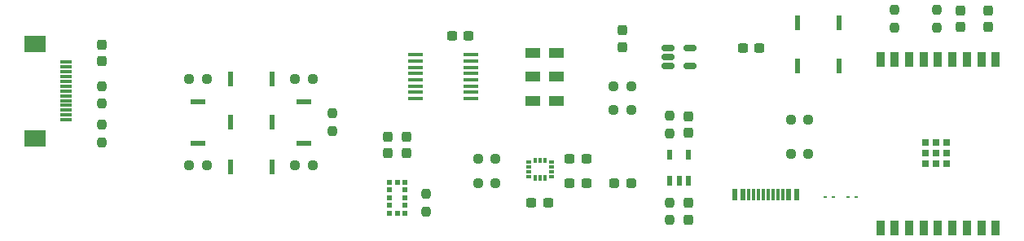
<source format=gbr>
%TF.GenerationSoftware,KiCad,Pcbnew,8.0.2*%
%TF.CreationDate,2024-11-22T23:26:06-05:00*%
%TF.ProjectId,PCB_Ruler_V1_2024,5043425f-5275-46c6-9572-5f56315f3230,rev?*%
%TF.SameCoordinates,Original*%
%TF.FileFunction,Paste,Top*%
%TF.FilePolarity,Positive*%
%FSLAX46Y46*%
G04 Gerber Fmt 4.6, Leading zero omitted, Abs format (unit mm)*
G04 Created by KiCad (PCBNEW 8.0.2) date 2024-11-22 23:26:06*
%MOMM*%
%LPD*%
G01*
G04 APERTURE LIST*
G04 Aperture macros list*
%AMRoundRect*
0 Rectangle with rounded corners*
0 $1 Rounding radius*
0 $2 $3 $4 $5 $6 $7 $8 $9 X,Y pos of 4 corners*
0 Add a 4 corners polygon primitive as box body*
4,1,4,$2,$3,$4,$5,$6,$7,$8,$9,$2,$3,0*
0 Add four circle primitives for the rounded corners*
1,1,$1+$1,$2,$3*
1,1,$1+$1,$4,$5*
1,1,$1+$1,$6,$7*
1,1,$1+$1,$8,$9*
0 Add four rect primitives between the rounded corners*
20,1,$1+$1,$2,$3,$4,$5,0*
20,1,$1+$1,$4,$5,$6,$7,0*
20,1,$1+$1,$6,$7,$8,$9,0*
20,1,$1+$1,$8,$9,$2,$3,0*%
G04 Aperture macros list end*
%ADD10C,0.010000*%
%ADD11R,0.600000X1.050000*%
%ADD12RoundRect,0.237500X-0.237500X0.250000X-0.237500X-0.250000X0.237500X-0.250000X0.237500X0.250000X0*%
%ADD13RoundRect,0.237500X0.237500X-0.250000X0.237500X0.250000X-0.237500X0.250000X-0.237500X-0.250000X0*%
%ADD14RoundRect,0.237500X-0.250000X-0.237500X0.250000X-0.237500X0.250000X0.237500X-0.250000X0.237500X0*%
%ADD15R,0.508000X1.524000*%
%ADD16RoundRect,0.237500X0.237500X-0.300000X0.237500X0.300000X-0.237500X0.300000X-0.237500X-0.300000X0*%
%ADD17RoundRect,0.237500X-0.300000X-0.237500X0.300000X-0.237500X0.300000X0.237500X-0.300000X0.237500X0*%
%ADD18R,1.524000X0.508000*%
%ADD19RoundRect,0.237500X0.250000X0.237500X-0.250000X0.237500X-0.250000X-0.237500X0.250000X-0.237500X0*%
%ADD20RoundRect,0.062500X0.117500X0.062500X-0.117500X0.062500X-0.117500X-0.062500X0.117500X-0.062500X0*%
%ADD21RoundRect,0.062500X-0.117500X-0.062500X0.117500X-0.062500X0.117500X0.062500X-0.117500X0.062500X0*%
%ADD22R,1.600000X1.000000*%
%ADD23RoundRect,0.237500X-0.237500X0.300000X-0.237500X-0.300000X0.237500X-0.300000X0.237500X0.300000X0*%
%ADD24R,0.508000X0.508000*%
%ADD25RoundRect,0.237500X0.300000X0.237500X-0.300000X0.237500X-0.300000X-0.237500X0.300000X-0.237500X0*%
%ADD26RoundRect,0.237500X-0.287500X-0.237500X0.287500X-0.237500X0.287500X0.237500X-0.287500X0.237500X0*%
%ADD27R,1.300000X0.300000*%
%ADD28R,2.200000X1.800000*%
%ADD29RoundRect,0.051250X-0.733750X-0.153750X0.733750X-0.153750X0.733750X0.153750X-0.733750X0.153750X0*%
%ADD30R,0.900000X1.500000*%
%ADD31R,0.700000X0.700000*%
%ADD32RoundRect,0.150000X-0.512500X-0.150000X0.512500X-0.150000X0.512500X0.150000X-0.512500X0.150000X0*%
%ADD33R,0.600000X1.240000*%
%ADD34R,0.300000X1.240000*%
G04 APERTURE END LIST*
D10*
%TO.C,MT1*%
X194562500Y-141456500D02*
X194112500Y-141456500D01*
X194112500Y-141218500D01*
X194562500Y-141218500D01*
X194562500Y-141456500D01*
G36*
X194562500Y-141456500D02*
G01*
X194112500Y-141456500D01*
X194112500Y-141218500D01*
X194562500Y-141218500D01*
X194562500Y-141456500D01*
G37*
X194562500Y-141956500D02*
X194112500Y-141956500D01*
X194112500Y-141718500D01*
X194562500Y-141718500D01*
X194562500Y-141956500D01*
G36*
X194562500Y-141956500D02*
G01*
X194112500Y-141956500D01*
X194112500Y-141718500D01*
X194562500Y-141718500D01*
X194562500Y-141956500D01*
G37*
X194562500Y-142456500D02*
X194112500Y-142456500D01*
X194112500Y-142218500D01*
X194562500Y-142218500D01*
X194562500Y-142456500D01*
G36*
X194562500Y-142456500D02*
G01*
X194112500Y-142456500D01*
X194112500Y-142218500D01*
X194562500Y-142218500D01*
X194562500Y-142456500D01*
G37*
X194562500Y-142956500D02*
X194112500Y-142956500D01*
X194112500Y-142718500D01*
X194562500Y-142718500D01*
X194562500Y-142956500D01*
G36*
X194562500Y-142956500D02*
G01*
X194112500Y-142956500D01*
X194112500Y-142718500D01*
X194562500Y-142718500D01*
X194562500Y-142956500D01*
G37*
X195119000Y-141400000D02*
X194881000Y-141400000D01*
X194881000Y-140950000D01*
X195119000Y-140950000D01*
X195119000Y-141400000D01*
G36*
X195119000Y-141400000D02*
G01*
X194881000Y-141400000D01*
X194881000Y-140950000D01*
X195119000Y-140950000D01*
X195119000Y-141400000D01*
G37*
X195119000Y-143225000D02*
X194881000Y-143225000D01*
X194881000Y-142775000D01*
X195119000Y-142775000D01*
X195119000Y-143225000D01*
G36*
X195119000Y-143225000D02*
G01*
X194881000Y-143225000D01*
X194881000Y-142775000D01*
X195119000Y-142775000D01*
X195119000Y-143225000D01*
G37*
X195619000Y-141400000D02*
X195381000Y-141400000D01*
X195381000Y-140950000D01*
X195619000Y-140950000D01*
X195619000Y-141400000D01*
G36*
X195619000Y-141400000D02*
G01*
X195381000Y-141400000D01*
X195381000Y-140950000D01*
X195619000Y-140950000D01*
X195619000Y-141400000D01*
G37*
X195619000Y-143225000D02*
X195381000Y-143225000D01*
X195381000Y-142775000D01*
X195619000Y-142775000D01*
X195619000Y-143225000D01*
G36*
X195619000Y-143225000D02*
G01*
X195381000Y-143225000D01*
X195381000Y-142775000D01*
X195619000Y-142775000D01*
X195619000Y-143225000D01*
G37*
X196119000Y-141400000D02*
X195881000Y-141400000D01*
X195881000Y-140950000D01*
X196119000Y-140950000D01*
X196119000Y-141400000D01*
G36*
X196119000Y-141400000D02*
G01*
X195881000Y-141400000D01*
X195881000Y-140950000D01*
X196119000Y-140950000D01*
X196119000Y-141400000D01*
G37*
X196119000Y-143225000D02*
X195881000Y-143225000D01*
X195881000Y-142775000D01*
X196119000Y-142775000D01*
X196119000Y-143225000D01*
G36*
X196119000Y-143225000D02*
G01*
X195881000Y-143225000D01*
X195881000Y-142775000D01*
X196119000Y-142775000D01*
X196119000Y-143225000D01*
G37*
X196887500Y-141456500D02*
X196437500Y-141456500D01*
X196437500Y-141218500D01*
X196887500Y-141218500D01*
X196887500Y-141456500D01*
G36*
X196887500Y-141456500D02*
G01*
X196437500Y-141456500D01*
X196437500Y-141218500D01*
X196887500Y-141218500D01*
X196887500Y-141456500D01*
G37*
X196887500Y-141956500D02*
X196437500Y-141956500D01*
X196437500Y-141718500D01*
X196887500Y-141718500D01*
X196887500Y-141956500D01*
G36*
X196887500Y-141956500D02*
G01*
X196437500Y-141956500D01*
X196437500Y-141718500D01*
X196887500Y-141718500D01*
X196887500Y-141956500D01*
G37*
X196887500Y-142456500D02*
X196437500Y-142456500D01*
X196437500Y-142218500D01*
X196887500Y-142218500D01*
X196887500Y-142456500D01*
G36*
X196887500Y-142456500D02*
G01*
X196437500Y-142456500D01*
X196437500Y-142218500D01*
X196887500Y-142218500D01*
X196887500Y-142456500D01*
G37*
X196887500Y-142956500D02*
X196437500Y-142956500D01*
X196437500Y-142718500D01*
X196887500Y-142718500D01*
X196887500Y-142956500D01*
G36*
X196887500Y-142956500D02*
G01*
X196437500Y-142956500D01*
X196437500Y-142718500D01*
X196887500Y-142718500D01*
X196887500Y-142956500D01*
G37*
%TD*%
D11*
%TO.C,U2*%
X209050000Y-143350000D03*
X210000000Y-143350000D03*
X210950000Y-143350000D03*
X210950000Y-140650000D03*
X209050000Y-140650000D03*
%TD*%
D12*
%TO.C,R15*%
X150000000Y-133500000D03*
X150000000Y-135325000D03*
%TD*%
D13*
%TO.C,R2*%
X236750000Y-127412500D03*
X236750000Y-125587500D03*
%TD*%
D14*
%TO.C,R7*%
X203175000Y-136000000D03*
X205000000Y-136000000D03*
%TD*%
D15*
%TO.C,SW6*%
X167659000Y-141890000D03*
X163341000Y-141890000D03*
%TD*%
D16*
%TO.C,C5*%
X204125000Y-129412500D03*
X204125000Y-127687500D03*
%TD*%
%TO.C,C3*%
X211000000Y-138362500D03*
X211000000Y-136637500D03*
%TD*%
D17*
%TO.C,C8*%
X198637500Y-141087500D03*
X200362500Y-141087500D03*
%TD*%
D18*
%TO.C,SW5*%
X160000000Y-139409000D03*
X160000000Y-135091000D03*
%TD*%
D14*
%TO.C,R4*%
X221587500Y-137000000D03*
X223412500Y-137000000D03*
%TD*%
D19*
%TO.C,R16*%
X171912500Y-141750000D03*
X170087500Y-141750000D03*
%TD*%
D15*
%TO.C,SW2*%
X226659000Y-126935600D03*
X222341000Y-126935600D03*
%TD*%
D20*
%TO.C,D1*%
X227580000Y-145000000D03*
X228420000Y-145000000D03*
%TD*%
D18*
%TO.C,SW4*%
X171000000Y-135091000D03*
X171000000Y-139409000D03*
%TD*%
D15*
%TO.C,SW3*%
X163341000Y-132750000D03*
X167659000Y-132750000D03*
%TD*%
D13*
%TO.C,R6*%
X209000000Y-138412500D03*
X209000000Y-136587500D03*
%TD*%
%TO.C,R5*%
X209000000Y-147412500D03*
X209000000Y-145587500D03*
%TD*%
D14*
%TO.C,R12*%
X159087500Y-132750000D03*
X160912500Y-132750000D03*
%TD*%
D16*
%TO.C,C2*%
X242125000Y-127362500D03*
X242125000Y-125637500D03*
%TD*%
D21*
%TO.C,D2*%
X226000000Y-145000000D03*
X225160000Y-145000000D03*
%TD*%
D22*
%TO.C,S1*%
X197200000Y-135000000D03*
X197200000Y-132500000D03*
X197200000Y-130000000D03*
X194800000Y-135000000D03*
X194800000Y-132500000D03*
X194800000Y-130000000D03*
%TD*%
D17*
%TO.C,C7*%
X194637500Y-145587500D03*
X196362500Y-145587500D03*
%TD*%
D16*
%TO.C,C11*%
X181700027Y-140462499D03*
X181700027Y-138737499D03*
%TD*%
D23*
%TO.C,C4*%
X211000000Y-145637500D03*
X211000000Y-147362500D03*
%TD*%
D16*
%TO.C,C10*%
X179700027Y-140462499D03*
X179700027Y-138737499D03*
%TD*%
D14*
%TO.C,R11*%
X189087500Y-143597500D03*
X190912500Y-143597500D03*
%TD*%
D24*
%TO.C,U5*%
X181500000Y-143500000D03*
X181500000Y-144299998D03*
X181500000Y-145099999D03*
X181500000Y-145900000D03*
X181500000Y-146699998D03*
X180700027Y-146699945D03*
X179900054Y-146699998D03*
X179900054Y-145900000D03*
X179900054Y-145099999D03*
X179900054Y-144299998D03*
X179900054Y-143500000D03*
X180700027Y-143500053D03*
%TD*%
D12*
%TO.C,R17*%
X174000000Y-136337500D03*
X174000000Y-138162500D03*
%TD*%
D15*
%TO.C,SW7*%
X163341000Y-137250000D03*
X167659000Y-137250000D03*
%TD*%
D25*
%TO.C,C12*%
X188112500Y-128250000D03*
X186387500Y-128250000D03*
%TD*%
D13*
%TO.C,R1*%
X232390000Y-127392500D03*
X232390000Y-125567500D03*
%TD*%
D14*
%TO.C,R13*%
X170087500Y-132750000D03*
X171912500Y-132750000D03*
%TD*%
D16*
%TO.C,C13*%
X150000000Y-130912500D03*
X150000000Y-129187500D03*
%TD*%
%TO.C,C1*%
X239250000Y-127362500D03*
X239250000Y-125637500D03*
%TD*%
D12*
%TO.C,R9*%
X183700027Y-144687499D03*
X183700027Y-146512499D03*
%TD*%
D26*
%TO.C,D3*%
X203275000Y-143560000D03*
X205025000Y-143560000D03*
%TD*%
D19*
%TO.C,R14*%
X160912500Y-141750000D03*
X159087500Y-141750000D03*
%TD*%
D15*
%TO.C,SW1*%
X226659000Y-131390000D03*
X222341000Y-131390000D03*
%TD*%
D17*
%TO.C,C6*%
X216637500Y-129500000D03*
X218362500Y-129500000D03*
%TD*%
D27*
%TO.C,J3*%
X146300000Y-131000000D03*
X146300000Y-131500000D03*
X146300000Y-132000000D03*
X146300000Y-132500000D03*
X146300000Y-133000000D03*
X146300000Y-133500000D03*
X146300000Y-134000000D03*
X146300000Y-134500000D03*
X146300000Y-135000000D03*
X146300000Y-135500000D03*
X146300000Y-136000000D03*
X146300000Y-136500000D03*
X146300000Y-137000000D03*
D28*
X143050000Y-129100000D03*
X143050000Y-138900000D03*
%TD*%
D14*
%TO.C,R10*%
X189087500Y-141087500D03*
X190912500Y-141087500D03*
%TD*%
D29*
%TO.C,U4*%
X182630000Y-130225000D03*
X182630000Y-130875000D03*
X182630000Y-131525000D03*
X182630000Y-132175000D03*
X182630000Y-132825000D03*
X182630000Y-133475000D03*
X182630000Y-134125000D03*
X182630000Y-134775000D03*
X188370000Y-134775000D03*
X188370000Y-134125000D03*
X188370000Y-133475000D03*
X188370000Y-132825000D03*
X188370000Y-132175000D03*
X188370000Y-131525000D03*
X188370000Y-130875000D03*
X188370000Y-130225000D03*
%TD*%
D14*
%TO.C,R8*%
X203175000Y-133500000D03*
X205000000Y-133500000D03*
%TD*%
D17*
%TO.C,C9*%
X198637500Y-143587500D03*
X200362500Y-143587500D03*
%TD*%
D30*
%TO.C,U1*%
X242900000Y-130750000D03*
X241400000Y-130750000D03*
X239900000Y-130750000D03*
X238400000Y-130750000D03*
X236900000Y-130750000D03*
X235400000Y-130750000D03*
X233900000Y-130750000D03*
X232400000Y-130750000D03*
X230900000Y-130750000D03*
X230900000Y-148250000D03*
X232400000Y-148250000D03*
X233900000Y-148250000D03*
X235400000Y-148250000D03*
X236900000Y-148250000D03*
X238400000Y-148250000D03*
X239900000Y-148250000D03*
X241400000Y-148250000D03*
X242900000Y-148250000D03*
D31*
X237800000Y-139360000D03*
X237800000Y-140460000D03*
X237800000Y-141560000D03*
X236700000Y-139360000D03*
X236700000Y-140460000D03*
X236700000Y-141560000D03*
X235600000Y-139360000D03*
X235600000Y-140460000D03*
X235600000Y-141560000D03*
%TD*%
D32*
%TO.C,U3*%
X208862500Y-129500000D03*
X208862500Y-130450000D03*
X208862500Y-131400000D03*
X211137500Y-131400000D03*
X211137500Y-129500000D03*
%TD*%
D12*
%TO.C,R18*%
X150000000Y-137500000D03*
X150000000Y-139325000D03*
%TD*%
D14*
%TO.C,R3*%
X221587500Y-140500000D03*
X223412500Y-140500000D03*
%TD*%
D33*
%TO.C,J1*%
X215800000Y-144775000D03*
X216600000Y-144775000D03*
D34*
X217750000Y-144775000D03*
X218750000Y-144775000D03*
X219250000Y-144775000D03*
X220250000Y-144775000D03*
D33*
X221400000Y-144775000D03*
X222200000Y-144775000D03*
X222200000Y-144775000D03*
X221400000Y-144775000D03*
D34*
X220750000Y-144775000D03*
X219750000Y-144775000D03*
X218250000Y-144775000D03*
X217250000Y-144775000D03*
D33*
X216600000Y-144775000D03*
X215800000Y-144775000D03*
%TD*%
M02*

</source>
